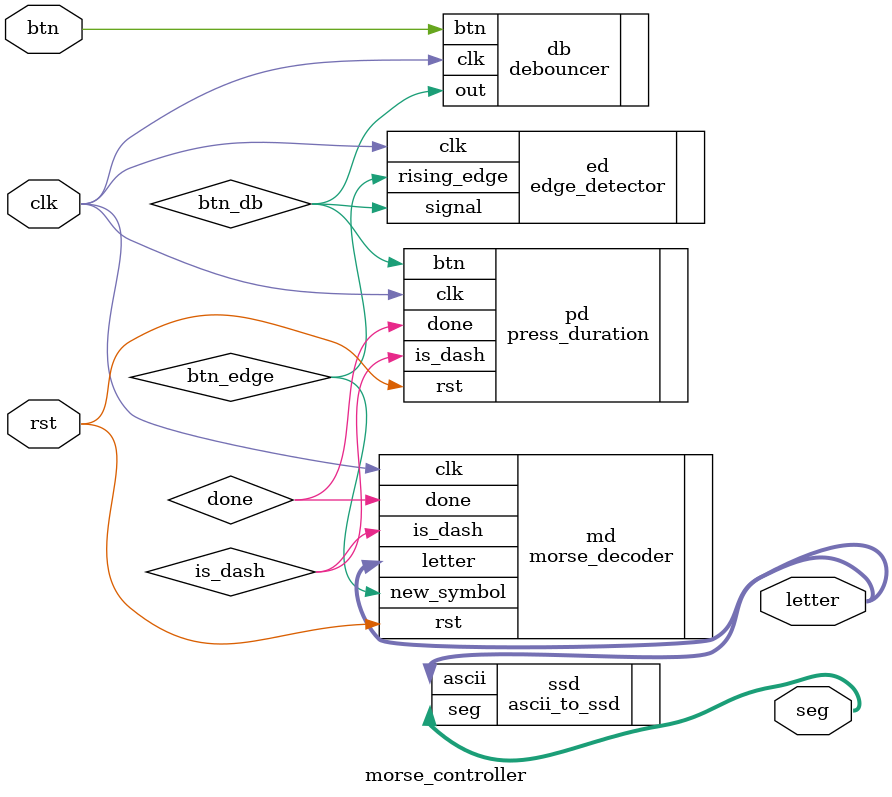
<source format=v>
module morse_controller(
    input clk,
    input rst,
    input btn,
    output [7:0] letter,
    output [6:0] seg
);
    wire btn_db, btn_edge;
    wire is_dash, done;

    debouncer db(.clk(clk), .btn(btn), .out(btn_db));
    edge_detector ed(.clk(clk), .signal(btn_db), .rising_edge(btn_edge));
    press_duration pd(.clk(clk), .rst(rst), .btn(btn_db), .is_dash(is_dash), .done(done));

    morse_decoder md(
        .clk(clk),
        .rst(rst),
        .new_symbol(btn_edge),
        .is_dash(is_dash),
        .done(done),
        .letter(letter)
    );

    ascii_to_ssd ssd(.ascii(letter), .seg(seg));
endmodule

</source>
